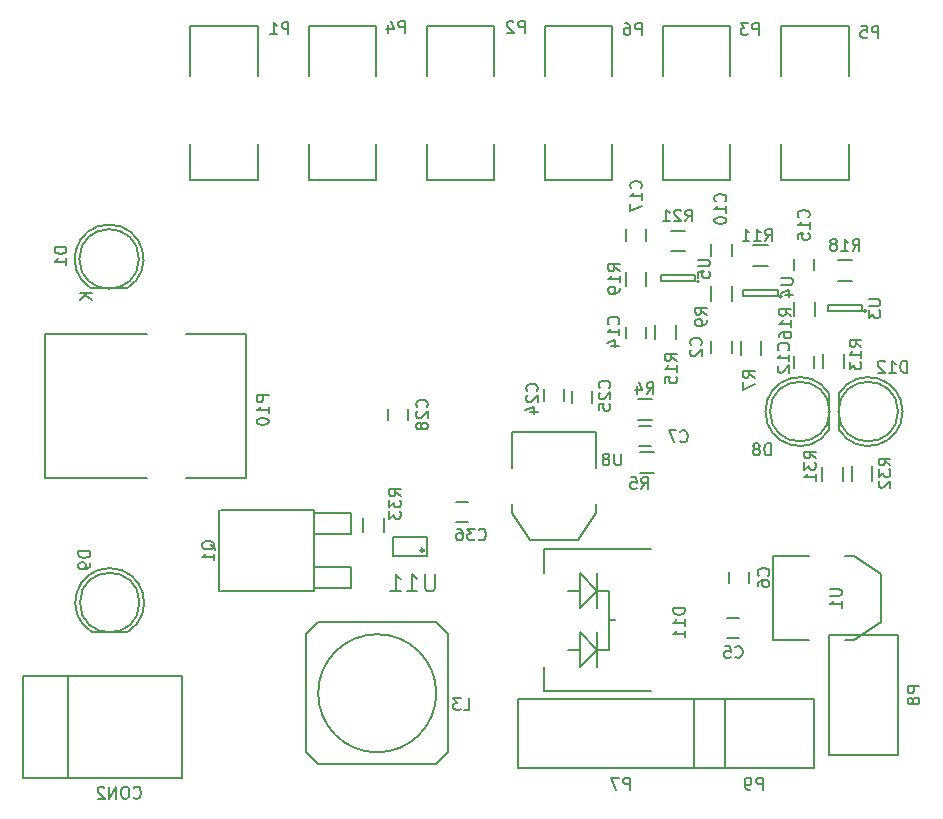
<source format=gbo>
G04 #@! TF.FileFunction,Legend,Bot*
%FSLAX46Y46*%
G04 Gerber Fmt 4.6, Leading zero omitted, Abs format (unit mm)*
G04 Created by KiCad (PCBNEW 4.0.1-stable) date 07.06.2016 17:51:43*
%MOMM*%
G01*
G04 APERTURE LIST*
%ADD10C,0.100000*%
%ADD11C,0.150000*%
%ADD12C,0.250000*%
G04 APERTURE END LIST*
D10*
D11*
X134294000Y-86724000D02*
X134294000Y-83676000D01*
X134294000Y-83676000D02*
X141406000Y-83676000D01*
X141406000Y-83676000D02*
X141406000Y-86724000D01*
X134294000Y-89772000D02*
X134294000Y-90534000D01*
X134294000Y-90534000D02*
X135818000Y-92820000D01*
X135818000Y-92820000D02*
X139882000Y-92820000D01*
X139882000Y-92820000D02*
X141406000Y-90534000D01*
X141406000Y-90534000D02*
X141406000Y-89772000D01*
X154350000Y-95500000D02*
X154350000Y-96500000D01*
X152650000Y-96500000D02*
X152650000Y-95500000D01*
X161114888Y-83474904D02*
G75*
G02X161130000Y-80450000I-2484888J1524904D01*
G01*
X161130000Y-83450000D02*
X161130000Y-80450000D01*
X161147936Y-81950000D02*
G75*
G03X161147936Y-81950000I-2517936J0D01*
G01*
X127851260Y-105798740D02*
G75*
G03X127851260Y-105798740I-5001260J0D01*
G01*
X122850000Y-111798220D02*
X127851260Y-111798220D01*
X127851260Y-111798220D02*
X128849480Y-110800000D01*
X128849480Y-110800000D02*
X128849480Y-100797480D01*
X128849480Y-100797480D02*
X127851260Y-99799260D01*
X127851260Y-99799260D02*
X117848740Y-99799260D01*
X117848740Y-99799260D02*
X116850520Y-100797480D01*
X116850520Y-100797480D02*
X116850520Y-110800000D01*
X116850520Y-110800000D02*
X117848740Y-111798220D01*
X117848740Y-111798220D02*
X122850000Y-111798220D01*
X161935112Y-80425096D02*
G75*
G02X161920000Y-83450000I2484888J-1524904D01*
G01*
X161920000Y-80450000D02*
X161920000Y-83450000D01*
X166937936Y-81950000D02*
G75*
G03X166937936Y-81950000I-2517936J0D01*
G01*
X142499180Y-102099360D02*
X142499180Y-99600000D01*
X139999820Y-103600500D02*
X139999820Y-100600760D01*
X141498420Y-102101900D02*
X139999820Y-103600500D01*
X139999820Y-100600760D02*
X141498420Y-102101900D01*
X141498420Y-103600500D02*
X141498420Y-100600760D01*
X141498420Y-102101900D02*
X142499180Y-102101900D01*
X139999820Y-102101900D02*
X138999060Y-102101900D01*
X139999820Y-97100640D02*
X138999060Y-97100640D01*
X141498420Y-97100640D02*
X142499180Y-97100640D01*
X142499180Y-97100640D02*
X142499180Y-99600000D01*
X142499180Y-99600000D02*
X142999560Y-99600000D01*
X141498420Y-98599240D02*
X141498420Y-95599500D01*
X139999820Y-95599500D02*
X141498420Y-97100640D01*
X141498420Y-97100640D02*
X139999820Y-98599240D01*
X139999820Y-98599240D02*
X139999820Y-95599500D01*
X137000080Y-95599500D02*
X137000080Y-93600520D01*
X137000080Y-93600520D02*
X145999300Y-93600520D01*
X145999300Y-105599480D02*
X137000080Y-105599480D01*
X137000080Y-105599480D02*
X137000080Y-103600500D01*
X98675096Y-100604888D02*
G75*
G02X101700000Y-100620000I1524904J2484888D01*
G01*
X98700000Y-100620000D02*
X101700000Y-100620000D01*
X102717936Y-98120000D02*
G75*
G03X102717936Y-98120000I-2517936J0D01*
G01*
X93652000Y-112998000D02*
X92890000Y-112998000D01*
X92890000Y-112998000D02*
X92890000Y-104362000D01*
X92890000Y-104362000D02*
X93652000Y-104362000D01*
X96700000Y-112998000D02*
X96700000Y-104362000D01*
X106352000Y-112998000D02*
X106352000Y-104362000D01*
X93652000Y-104362000D02*
X106352000Y-104362000D01*
X93652000Y-112998000D02*
X106352000Y-112998000D01*
X164250000Y-73450000D02*
G75*
G03X164250000Y-73450000I-100000J0D01*
G01*
X163900000Y-72900000D02*
X163900000Y-73400000D01*
X161000000Y-72900000D02*
X163900000Y-72900000D01*
X161000000Y-73400000D02*
X161000000Y-72900000D01*
X163900000Y-73400000D02*
X161000000Y-73400000D01*
X103398980Y-87616000D02*
X94762980Y-87616000D01*
X111780980Y-87616000D02*
X106700980Y-87616000D01*
X103398980Y-75424000D02*
X94762980Y-75424000D01*
X111780980Y-75424000D02*
X106700980Y-75424000D01*
X94762980Y-75424000D02*
X94762980Y-87616000D01*
X111780980Y-87616000D02*
X111780980Y-75424000D01*
X132760000Y-62350000D02*
X132760000Y-59300000D01*
X127040000Y-62350000D02*
X127040000Y-59300000D01*
X127040000Y-62350000D02*
X132760000Y-62350000D01*
X127040000Y-53500000D02*
X127040000Y-49336500D01*
X127040000Y-49336500D02*
X132760000Y-49336500D01*
X132760000Y-53500000D02*
X132760000Y-49336500D01*
X152760000Y-62350000D02*
X152760000Y-59300000D01*
X147040000Y-62350000D02*
X147040000Y-59300000D01*
X147040000Y-62350000D02*
X152760000Y-62350000D01*
X147040000Y-53500000D02*
X147040000Y-49336500D01*
X147040000Y-49336500D02*
X152760000Y-49336500D01*
X152760000Y-53500000D02*
X152760000Y-49336500D01*
X142760000Y-62350000D02*
X142760000Y-59300000D01*
X137040000Y-62350000D02*
X137040000Y-59300000D01*
X137040000Y-62350000D02*
X142760000Y-62350000D01*
X137040000Y-53500000D02*
X137040000Y-49336500D01*
X137040000Y-49336500D02*
X142760000Y-49336500D01*
X142760000Y-53500000D02*
X142760000Y-49336500D01*
X122760000Y-62350000D02*
X122760000Y-59300000D01*
X117040000Y-62350000D02*
X117040000Y-59300000D01*
X117040000Y-62350000D02*
X122760000Y-62350000D01*
X117040000Y-53500000D02*
X117040000Y-49336500D01*
X117040000Y-49336500D02*
X122760000Y-49336500D01*
X122760000Y-53500000D02*
X122760000Y-49336500D01*
X138700000Y-80050000D02*
X138700000Y-81050000D01*
X137000000Y-81050000D02*
X137000000Y-80050000D01*
X98625096Y-71514888D02*
G75*
G02X101650000Y-71530000I1524904J2484888D01*
G01*
X98650000Y-71530000D02*
X101650000Y-71530000D01*
X102667936Y-69030000D02*
G75*
G03X102667936Y-69030000I-2517936J0D01*
G01*
X151150000Y-77000000D02*
X151150000Y-76000000D01*
X152850000Y-76000000D02*
X152850000Y-77000000D01*
X153500000Y-101100000D02*
X152500000Y-101100000D01*
X152500000Y-99400000D02*
X153500000Y-99400000D01*
X146000000Y-84850000D02*
X145000000Y-84850000D01*
X145000000Y-83150000D02*
X146000000Y-83150000D01*
X151150000Y-68750000D02*
X151150000Y-67750000D01*
X152850000Y-67750000D02*
X152850000Y-68750000D01*
X158150000Y-78250000D02*
X158150000Y-77250000D01*
X159850000Y-77250000D02*
X159850000Y-78250000D01*
X143900000Y-75750000D02*
X143900000Y-74750000D01*
X145600000Y-74750000D02*
X145600000Y-75750000D01*
X158150000Y-70000000D02*
X158150000Y-69000000D01*
X159850000Y-69000000D02*
X159850000Y-70000000D01*
X143900000Y-67500000D02*
X143900000Y-66500000D01*
X145600000Y-66500000D02*
X145600000Y-67500000D01*
X146300000Y-85375000D02*
X145100000Y-85375000D01*
X145100000Y-87125000D02*
X146300000Y-87125000D01*
X152875000Y-72550000D02*
X152875000Y-71350000D01*
X151125000Y-71350000D02*
X151125000Y-72550000D01*
X154700000Y-69625000D02*
X155900000Y-69625000D01*
X155900000Y-67875000D02*
X154700000Y-67875000D01*
X159875000Y-73900000D02*
X159875000Y-72700000D01*
X158125000Y-72700000D02*
X158125000Y-73900000D01*
X161850000Y-70875000D02*
X163050000Y-70875000D01*
X163050000Y-69125000D02*
X161850000Y-69125000D01*
X145625000Y-71300000D02*
X145625000Y-70100000D01*
X143875000Y-70100000D02*
X143875000Y-71300000D01*
X147700000Y-68375000D02*
X148900000Y-68375000D01*
X148900000Y-66625000D02*
X147700000Y-66625000D01*
X159424000Y-101306000D02*
X156376000Y-101306000D01*
X156376000Y-101306000D02*
X156376000Y-94194000D01*
X156376000Y-94194000D02*
X159424000Y-94194000D01*
X162472000Y-101306000D02*
X163234000Y-101306000D01*
X163234000Y-101306000D02*
X165520000Y-99782000D01*
X165520000Y-99782000D02*
X165520000Y-95718000D01*
X165520000Y-95718000D02*
X163234000Y-94194000D01*
X163234000Y-94194000D02*
X162472000Y-94194000D01*
X157100000Y-72200000D02*
G75*
G03X157100000Y-72200000I-100000J0D01*
G01*
X156750000Y-71650000D02*
X156750000Y-72150000D01*
X153850000Y-71650000D02*
X156750000Y-71650000D01*
X153850000Y-72150000D02*
X153850000Y-71650000D01*
X156750000Y-72150000D02*
X153850000Y-72150000D01*
X150100000Y-70950000D02*
G75*
G03X150100000Y-70950000I-100000J0D01*
G01*
X149750000Y-70400000D02*
X149750000Y-70900000D01*
X146850000Y-70400000D02*
X149750000Y-70400000D01*
X146850000Y-70900000D02*
X146850000Y-70400000D01*
X149750000Y-70900000D02*
X146850000Y-70900000D01*
X161071000Y-100880000D02*
X161071000Y-111040000D01*
X166913000Y-111040000D02*
X166913000Y-100880000D01*
X166913000Y-100880000D02*
X161071000Y-100880000D01*
X166913000Y-111040000D02*
X161071000Y-111040000D01*
X117476000Y-95147000D02*
X120651000Y-95147000D01*
X120651000Y-95147000D02*
X120651000Y-96925000D01*
X120651000Y-96925000D02*
X117476000Y-96925000D01*
X117476000Y-90575000D02*
X120651000Y-90575000D01*
X120651000Y-90575000D02*
X120651000Y-92353000D01*
X120651000Y-92353000D02*
X117476000Y-92353000D01*
X111380000Y-97179000D02*
X117476000Y-97179000D01*
X117476000Y-97179000D02*
X117476000Y-90321000D01*
X117476000Y-90321000D02*
X109602000Y-90321000D01*
X109475000Y-90321000D02*
X109475000Y-97179000D01*
X109602000Y-97179000D02*
X111380000Y-97179000D01*
D12*
X126791421Y-93700000D02*
G75*
G03X126791421Y-93700000I-141421J0D01*
G01*
D11*
X127100000Y-94200000D02*
X127100000Y-92600000D01*
X127100000Y-92600000D02*
X124200000Y-92600000D01*
X124200000Y-92600000D02*
X124200000Y-94200000D01*
X124200000Y-94200000D02*
X127100000Y-94200000D01*
X159830000Y-106271000D02*
X149670000Y-106271000D01*
X149670000Y-112113000D02*
X159830000Y-112113000D01*
X159830000Y-112113000D02*
X159830000Y-106271000D01*
X149670000Y-112113000D02*
X149670000Y-106271000D01*
X162760000Y-62350000D02*
X162760000Y-59300000D01*
X157040000Y-62350000D02*
X157040000Y-59300000D01*
X157040000Y-62350000D02*
X162760000Y-62350000D01*
X157040000Y-53500000D02*
X157040000Y-49336500D01*
X157040000Y-49336500D02*
X162760000Y-49336500D01*
X162760000Y-53500000D02*
X162760000Y-49336500D01*
X112760000Y-62350000D02*
X112760000Y-59300000D01*
X107040000Y-62350000D02*
X107040000Y-59300000D01*
X107040000Y-62350000D02*
X112760000Y-62350000D01*
X107040000Y-53500000D02*
X107040000Y-49336500D01*
X107040000Y-49336500D02*
X112760000Y-49336500D01*
X112760000Y-53500000D02*
X112760000Y-49336500D01*
X146150000Y-80875000D02*
X144950000Y-80875000D01*
X144950000Y-82625000D02*
X146150000Y-82625000D01*
X155375000Y-77150000D02*
X155375000Y-75950000D01*
X153625000Y-75950000D02*
X153625000Y-77150000D01*
X162375000Y-78300000D02*
X162375000Y-77100000D01*
X160625000Y-77100000D02*
X160625000Y-78300000D01*
X148125000Y-75800000D02*
X148125000Y-74600000D01*
X146375000Y-74600000D02*
X146375000Y-75800000D01*
X152263000Y-106271000D02*
X134737000Y-106271000D01*
X134737000Y-112113000D02*
X152263000Y-112113000D01*
X152263000Y-112113000D02*
X152263000Y-106271000D01*
X134737000Y-112113000D02*
X134737000Y-106271000D01*
X139350000Y-81200000D02*
X139350000Y-80200000D01*
X141050000Y-80200000D02*
X141050000Y-81200000D01*
X125450000Y-81700000D02*
X125450000Y-82700000D01*
X123750000Y-82700000D02*
X123750000Y-81700000D01*
X130500000Y-91300000D02*
X129500000Y-91300000D01*
X129500000Y-89600000D02*
X130500000Y-89600000D01*
X160525000Y-86650000D02*
X160525000Y-87850000D01*
X162275000Y-87850000D02*
X162275000Y-86650000D01*
X163025000Y-86600000D02*
X163025000Y-87800000D01*
X164775000Y-87800000D02*
X164775000Y-86600000D01*
X123425000Y-92150000D02*
X123425000Y-90950000D01*
X121675000Y-90950000D02*
X121675000Y-92150000D01*
X143511905Y-85502381D02*
X143511905Y-86311905D01*
X143464286Y-86407143D01*
X143416667Y-86454762D01*
X143321429Y-86502381D01*
X143130952Y-86502381D01*
X143035714Y-86454762D01*
X142988095Y-86407143D01*
X142940476Y-86311905D01*
X142940476Y-85502381D01*
X142321429Y-85930952D02*
X142416667Y-85883333D01*
X142464286Y-85835714D01*
X142511905Y-85740476D01*
X142511905Y-85692857D01*
X142464286Y-85597619D01*
X142416667Y-85550000D01*
X142321429Y-85502381D01*
X142130952Y-85502381D01*
X142035714Y-85550000D01*
X141988095Y-85597619D01*
X141940476Y-85692857D01*
X141940476Y-85740476D01*
X141988095Y-85835714D01*
X142035714Y-85883333D01*
X142130952Y-85930952D01*
X142321429Y-85930952D01*
X142416667Y-85978571D01*
X142464286Y-86026190D01*
X142511905Y-86121429D01*
X142511905Y-86311905D01*
X142464286Y-86407143D01*
X142416667Y-86454762D01*
X142321429Y-86502381D01*
X142130952Y-86502381D01*
X142035714Y-86454762D01*
X141988095Y-86407143D01*
X141940476Y-86311905D01*
X141940476Y-86121429D01*
X141988095Y-86026190D01*
X142035714Y-85978571D01*
X142130952Y-85930952D01*
X155957143Y-95833334D02*
X156004762Y-95785715D01*
X156052381Y-95642858D01*
X156052381Y-95547620D01*
X156004762Y-95404762D01*
X155909524Y-95309524D01*
X155814286Y-95261905D01*
X155623810Y-95214286D01*
X155480952Y-95214286D01*
X155290476Y-95261905D01*
X155195238Y-95309524D01*
X155100000Y-95404762D01*
X155052381Y-95547620D01*
X155052381Y-95642858D01*
X155100000Y-95785715D01*
X155147619Y-95833334D01*
X155052381Y-96690477D02*
X155052381Y-96500000D01*
X155100000Y-96404762D01*
X155147619Y-96357143D01*
X155290476Y-96261905D01*
X155480952Y-96214286D01*
X155861905Y-96214286D01*
X155957143Y-96261905D01*
X156004762Y-96309524D01*
X156052381Y-96404762D01*
X156052381Y-96595239D01*
X156004762Y-96690477D01*
X155957143Y-96738096D01*
X155861905Y-96785715D01*
X155623810Y-96785715D01*
X155528571Y-96738096D01*
X155480952Y-96690477D01*
X155433333Y-96595239D01*
X155433333Y-96404762D01*
X155480952Y-96309524D01*
X155528571Y-96261905D01*
X155623810Y-96214286D01*
X156188095Y-85652381D02*
X156188095Y-84652381D01*
X155950000Y-84652381D01*
X155807142Y-84700000D01*
X155711904Y-84795238D01*
X155664285Y-84890476D01*
X155616666Y-85080952D01*
X155616666Y-85223810D01*
X155664285Y-85414286D01*
X155711904Y-85509524D01*
X155807142Y-85604762D01*
X155950000Y-85652381D01*
X156188095Y-85652381D01*
X155045238Y-85080952D02*
X155140476Y-85033333D01*
X155188095Y-84985714D01*
X155235714Y-84890476D01*
X155235714Y-84842857D01*
X155188095Y-84747619D01*
X155140476Y-84700000D01*
X155045238Y-84652381D01*
X154854761Y-84652381D01*
X154759523Y-84700000D01*
X154711904Y-84747619D01*
X154664285Y-84842857D01*
X154664285Y-84890476D01*
X154711904Y-84985714D01*
X154759523Y-85033333D01*
X154854761Y-85080952D01*
X155045238Y-85080952D01*
X155140476Y-85128571D01*
X155188095Y-85176190D01*
X155235714Y-85271429D01*
X155235714Y-85461905D01*
X155188095Y-85557143D01*
X155140476Y-85604762D01*
X155045238Y-85652381D01*
X154854761Y-85652381D01*
X154759523Y-85604762D01*
X154711904Y-85557143D01*
X154664285Y-85461905D01*
X154664285Y-85271429D01*
X154711904Y-85176190D01*
X154759523Y-85128571D01*
X154854761Y-85080952D01*
X130166666Y-107202381D02*
X130642857Y-107202381D01*
X130642857Y-106202381D01*
X129928571Y-106202381D02*
X129309523Y-106202381D01*
X129642857Y-106583333D01*
X129499999Y-106583333D01*
X129404761Y-106630952D01*
X129357142Y-106678571D01*
X129309523Y-106773810D01*
X129309523Y-107011905D01*
X129357142Y-107107143D01*
X129404761Y-107154762D01*
X129499999Y-107202381D01*
X129785714Y-107202381D01*
X129880952Y-107154762D01*
X129928571Y-107107143D01*
X167714286Y-78652381D02*
X167714286Y-77652381D01*
X167476191Y-77652381D01*
X167333333Y-77700000D01*
X167238095Y-77795238D01*
X167190476Y-77890476D01*
X167142857Y-78080952D01*
X167142857Y-78223810D01*
X167190476Y-78414286D01*
X167238095Y-78509524D01*
X167333333Y-78604762D01*
X167476191Y-78652381D01*
X167714286Y-78652381D01*
X166190476Y-78652381D02*
X166761905Y-78652381D01*
X166476191Y-78652381D02*
X166476191Y-77652381D01*
X166571429Y-77795238D01*
X166666667Y-77890476D01*
X166761905Y-77938095D01*
X165809524Y-77747619D02*
X165761905Y-77700000D01*
X165666667Y-77652381D01*
X165428571Y-77652381D01*
X165333333Y-77700000D01*
X165285714Y-77747619D01*
X165238095Y-77842857D01*
X165238095Y-77938095D01*
X165285714Y-78080952D01*
X165857143Y-78652381D01*
X165238095Y-78652381D01*
X148900241Y-98586374D02*
X147900241Y-98586374D01*
X147900241Y-98824469D01*
X147947860Y-98967327D01*
X148043098Y-99062565D01*
X148138336Y-99110184D01*
X148328812Y-99157803D01*
X148471670Y-99157803D01*
X148662146Y-99110184D01*
X148757384Y-99062565D01*
X148852622Y-98967327D01*
X148900241Y-98824469D01*
X148900241Y-98586374D01*
X148900241Y-100110184D02*
X148900241Y-99538755D01*
X148900241Y-99824469D02*
X147900241Y-99824469D01*
X148043098Y-99729231D01*
X148138336Y-99633993D01*
X148185955Y-99538755D01*
X148900241Y-101062565D02*
X148900241Y-100491136D01*
X148900241Y-100776850D02*
X147900241Y-100776850D01*
X148043098Y-100681612D01*
X148138336Y-100586374D01*
X148185955Y-100491136D01*
X98552381Y-93761905D02*
X97552381Y-93761905D01*
X97552381Y-94000000D01*
X97600000Y-94142858D01*
X97695238Y-94238096D01*
X97790476Y-94285715D01*
X97980952Y-94333334D01*
X98123810Y-94333334D01*
X98314286Y-94285715D01*
X98409524Y-94238096D01*
X98504762Y-94142858D01*
X98552381Y-94000000D01*
X98552381Y-93761905D01*
X98552381Y-94809524D02*
X98552381Y-95000000D01*
X98504762Y-95095239D01*
X98457143Y-95142858D01*
X98314286Y-95238096D01*
X98123810Y-95285715D01*
X97742857Y-95285715D01*
X97647619Y-95238096D01*
X97600000Y-95190477D01*
X97552381Y-95095239D01*
X97552381Y-94904762D01*
X97600000Y-94809524D01*
X97647619Y-94761905D01*
X97742857Y-94714286D01*
X97980952Y-94714286D01*
X98076190Y-94761905D01*
X98123810Y-94809524D01*
X98171429Y-94904762D01*
X98171429Y-95095239D01*
X98123810Y-95190477D01*
X98076190Y-95238096D01*
X97980952Y-95285715D01*
X102232285Y-114625143D02*
X102279904Y-114672762D01*
X102422761Y-114720381D01*
X102517999Y-114720381D01*
X102660857Y-114672762D01*
X102756095Y-114577524D01*
X102803714Y-114482286D01*
X102851333Y-114291810D01*
X102851333Y-114148952D01*
X102803714Y-113958476D01*
X102756095Y-113863238D01*
X102660857Y-113768000D01*
X102517999Y-113720381D01*
X102422761Y-113720381D01*
X102279904Y-113768000D01*
X102232285Y-113815619D01*
X101613238Y-113720381D02*
X101422761Y-113720381D01*
X101327523Y-113768000D01*
X101232285Y-113863238D01*
X101184666Y-114053714D01*
X101184666Y-114387048D01*
X101232285Y-114577524D01*
X101327523Y-114672762D01*
X101422761Y-114720381D01*
X101613238Y-114720381D01*
X101708476Y-114672762D01*
X101803714Y-114577524D01*
X101851333Y-114387048D01*
X101851333Y-114053714D01*
X101803714Y-113863238D01*
X101708476Y-113768000D01*
X101613238Y-113720381D01*
X100756095Y-114720381D02*
X100756095Y-113720381D01*
X100184666Y-114720381D01*
X100184666Y-113720381D01*
X99756095Y-113815619D02*
X99708476Y-113768000D01*
X99613238Y-113720381D01*
X99375142Y-113720381D01*
X99279904Y-113768000D01*
X99232285Y-113815619D01*
X99184666Y-113910857D01*
X99184666Y-114006095D01*
X99232285Y-114148952D01*
X99803714Y-114720381D01*
X99184666Y-114720381D01*
X164452381Y-72438095D02*
X165261905Y-72438095D01*
X165357143Y-72485714D01*
X165404762Y-72533333D01*
X165452381Y-72628571D01*
X165452381Y-72819048D01*
X165404762Y-72914286D01*
X165357143Y-72961905D01*
X165261905Y-73009524D01*
X164452381Y-73009524D01*
X164452381Y-73390476D02*
X164452381Y-74009524D01*
X164833333Y-73676190D01*
X164833333Y-73819048D01*
X164880952Y-73914286D01*
X164928571Y-73961905D01*
X165023810Y-74009524D01*
X165261905Y-74009524D01*
X165357143Y-73961905D01*
X165404762Y-73914286D01*
X165452381Y-73819048D01*
X165452381Y-73533333D01*
X165404762Y-73438095D01*
X165357143Y-73390476D01*
X113652381Y-80585714D02*
X112652381Y-80585714D01*
X112652381Y-80966667D01*
X112700000Y-81061905D01*
X112747619Y-81109524D01*
X112842857Y-81157143D01*
X112985714Y-81157143D01*
X113080952Y-81109524D01*
X113128571Y-81061905D01*
X113176190Y-80966667D01*
X113176190Y-80585714D01*
X113652381Y-82109524D02*
X113652381Y-81538095D01*
X113652381Y-81823809D02*
X112652381Y-81823809D01*
X112795238Y-81728571D01*
X112890476Y-81633333D01*
X112938095Y-81538095D01*
X112652381Y-82728571D02*
X112652381Y-82823810D01*
X112700000Y-82919048D01*
X112747619Y-82966667D01*
X112842857Y-83014286D01*
X113033333Y-83061905D01*
X113271429Y-83061905D01*
X113461905Y-83014286D01*
X113557143Y-82966667D01*
X113604762Y-82919048D01*
X113652381Y-82823810D01*
X113652381Y-82728571D01*
X113604762Y-82633333D01*
X113557143Y-82585714D01*
X113461905Y-82538095D01*
X113271429Y-82490476D01*
X113033333Y-82490476D01*
X112842857Y-82538095D01*
X112747619Y-82585714D01*
X112700000Y-82633333D01*
X112652381Y-82728571D01*
X135338095Y-49902381D02*
X135338095Y-48902381D01*
X134957142Y-48902381D01*
X134861904Y-48950000D01*
X134814285Y-48997619D01*
X134766666Y-49092857D01*
X134766666Y-49235714D01*
X134814285Y-49330952D01*
X134861904Y-49378571D01*
X134957142Y-49426190D01*
X135338095Y-49426190D01*
X134385714Y-48997619D02*
X134338095Y-48950000D01*
X134242857Y-48902381D01*
X134004761Y-48902381D01*
X133909523Y-48950000D01*
X133861904Y-48997619D01*
X133814285Y-49092857D01*
X133814285Y-49188095D01*
X133861904Y-49330952D01*
X134433333Y-49902381D01*
X133814285Y-49902381D01*
X155138095Y-50052381D02*
X155138095Y-49052381D01*
X154757142Y-49052381D01*
X154661904Y-49100000D01*
X154614285Y-49147619D01*
X154566666Y-49242857D01*
X154566666Y-49385714D01*
X154614285Y-49480952D01*
X154661904Y-49528571D01*
X154757142Y-49576190D01*
X155138095Y-49576190D01*
X154233333Y-49052381D02*
X153614285Y-49052381D01*
X153947619Y-49433333D01*
X153804761Y-49433333D01*
X153709523Y-49480952D01*
X153661904Y-49528571D01*
X153614285Y-49623810D01*
X153614285Y-49861905D01*
X153661904Y-49957143D01*
X153709523Y-50004762D01*
X153804761Y-50052381D01*
X154090476Y-50052381D01*
X154185714Y-50004762D01*
X154233333Y-49957143D01*
X145238095Y-50052381D02*
X145238095Y-49052381D01*
X144857142Y-49052381D01*
X144761904Y-49100000D01*
X144714285Y-49147619D01*
X144666666Y-49242857D01*
X144666666Y-49385714D01*
X144714285Y-49480952D01*
X144761904Y-49528571D01*
X144857142Y-49576190D01*
X145238095Y-49576190D01*
X143809523Y-49052381D02*
X144000000Y-49052381D01*
X144095238Y-49100000D01*
X144142857Y-49147619D01*
X144238095Y-49290476D01*
X144285714Y-49480952D01*
X144285714Y-49861905D01*
X144238095Y-49957143D01*
X144190476Y-50004762D01*
X144095238Y-50052381D01*
X143904761Y-50052381D01*
X143809523Y-50004762D01*
X143761904Y-49957143D01*
X143714285Y-49861905D01*
X143714285Y-49623810D01*
X143761904Y-49528571D01*
X143809523Y-49480952D01*
X143904761Y-49433333D01*
X144095238Y-49433333D01*
X144190476Y-49480952D01*
X144238095Y-49528571D01*
X144285714Y-49623810D01*
X125188095Y-49902381D02*
X125188095Y-48902381D01*
X124807142Y-48902381D01*
X124711904Y-48950000D01*
X124664285Y-48997619D01*
X124616666Y-49092857D01*
X124616666Y-49235714D01*
X124664285Y-49330952D01*
X124711904Y-49378571D01*
X124807142Y-49426190D01*
X125188095Y-49426190D01*
X123759523Y-49235714D02*
X123759523Y-49902381D01*
X123997619Y-48854762D02*
X124235714Y-49569048D01*
X123616666Y-49569048D01*
X142507143Y-79957143D02*
X142554762Y-79909524D01*
X142602381Y-79766667D01*
X142602381Y-79671429D01*
X142554762Y-79528571D01*
X142459524Y-79433333D01*
X142364286Y-79385714D01*
X142173810Y-79338095D01*
X142030952Y-79338095D01*
X141840476Y-79385714D01*
X141745238Y-79433333D01*
X141650000Y-79528571D01*
X141602381Y-79671429D01*
X141602381Y-79766667D01*
X141650000Y-79909524D01*
X141697619Y-79957143D01*
X141697619Y-80338095D02*
X141650000Y-80385714D01*
X141602381Y-80480952D01*
X141602381Y-80719048D01*
X141650000Y-80814286D01*
X141697619Y-80861905D01*
X141792857Y-80909524D01*
X141888095Y-80909524D01*
X142030952Y-80861905D01*
X142602381Y-80290476D01*
X142602381Y-80909524D01*
X141602381Y-81814286D02*
X141602381Y-81338095D01*
X142078571Y-81290476D01*
X142030952Y-81338095D01*
X141983333Y-81433333D01*
X141983333Y-81671429D01*
X142030952Y-81766667D01*
X142078571Y-81814286D01*
X142173810Y-81861905D01*
X142411905Y-81861905D01*
X142507143Y-81814286D01*
X142554762Y-81766667D01*
X142602381Y-81671429D01*
X142602381Y-81433333D01*
X142554762Y-81338095D01*
X142507143Y-81290476D01*
X96538381Y-68037905D02*
X95538381Y-68037905D01*
X95538381Y-68276000D01*
X95586000Y-68418858D01*
X95681238Y-68514096D01*
X95776476Y-68561715D01*
X95966952Y-68609334D01*
X96109810Y-68609334D01*
X96300286Y-68561715D01*
X96395524Y-68514096D01*
X96490762Y-68418858D01*
X96538381Y-68276000D01*
X96538381Y-68037905D01*
X96538381Y-69561715D02*
X96538381Y-68990286D01*
X96538381Y-69276000D02*
X95538381Y-69276000D01*
X95681238Y-69180762D01*
X95776476Y-69085524D01*
X95824095Y-68990286D01*
X98697381Y-71943095D02*
X97697381Y-71943095D01*
X98697381Y-72514524D02*
X98125952Y-72085952D01*
X97697381Y-72514524D02*
X98268810Y-71943095D01*
X150257143Y-76333334D02*
X150304762Y-76285715D01*
X150352381Y-76142858D01*
X150352381Y-76047620D01*
X150304762Y-75904762D01*
X150209524Y-75809524D01*
X150114286Y-75761905D01*
X149923810Y-75714286D01*
X149780952Y-75714286D01*
X149590476Y-75761905D01*
X149495238Y-75809524D01*
X149400000Y-75904762D01*
X149352381Y-76047620D01*
X149352381Y-76142858D01*
X149400000Y-76285715D01*
X149447619Y-76333334D01*
X149447619Y-76714286D02*
X149400000Y-76761905D01*
X149352381Y-76857143D01*
X149352381Y-77095239D01*
X149400000Y-77190477D01*
X149447619Y-77238096D01*
X149542857Y-77285715D01*
X149638095Y-77285715D01*
X149780952Y-77238096D01*
X150352381Y-76666667D01*
X150352381Y-77285715D01*
X153166666Y-102707143D02*
X153214285Y-102754762D01*
X153357142Y-102802381D01*
X153452380Y-102802381D01*
X153595238Y-102754762D01*
X153690476Y-102659524D01*
X153738095Y-102564286D01*
X153785714Y-102373810D01*
X153785714Y-102230952D01*
X153738095Y-102040476D01*
X153690476Y-101945238D01*
X153595238Y-101850000D01*
X153452380Y-101802381D01*
X153357142Y-101802381D01*
X153214285Y-101850000D01*
X153166666Y-101897619D01*
X152261904Y-101802381D02*
X152738095Y-101802381D01*
X152785714Y-102278571D01*
X152738095Y-102230952D01*
X152642857Y-102183333D01*
X152404761Y-102183333D01*
X152309523Y-102230952D01*
X152261904Y-102278571D01*
X152214285Y-102373810D01*
X152214285Y-102611905D01*
X152261904Y-102707143D01*
X152309523Y-102754762D01*
X152404761Y-102802381D01*
X152642857Y-102802381D01*
X152738095Y-102754762D01*
X152785714Y-102707143D01*
X148516666Y-84457143D02*
X148564285Y-84504762D01*
X148707142Y-84552381D01*
X148802380Y-84552381D01*
X148945238Y-84504762D01*
X149040476Y-84409524D01*
X149088095Y-84314286D01*
X149135714Y-84123810D01*
X149135714Y-83980952D01*
X149088095Y-83790476D01*
X149040476Y-83695238D01*
X148945238Y-83600000D01*
X148802380Y-83552381D01*
X148707142Y-83552381D01*
X148564285Y-83600000D01*
X148516666Y-83647619D01*
X148183333Y-83552381D02*
X147516666Y-83552381D01*
X147945238Y-84552381D01*
X152307143Y-64157143D02*
X152354762Y-64109524D01*
X152402381Y-63966667D01*
X152402381Y-63871429D01*
X152354762Y-63728571D01*
X152259524Y-63633333D01*
X152164286Y-63585714D01*
X151973810Y-63538095D01*
X151830952Y-63538095D01*
X151640476Y-63585714D01*
X151545238Y-63633333D01*
X151450000Y-63728571D01*
X151402381Y-63871429D01*
X151402381Y-63966667D01*
X151450000Y-64109524D01*
X151497619Y-64157143D01*
X152402381Y-65109524D02*
X152402381Y-64538095D01*
X152402381Y-64823809D02*
X151402381Y-64823809D01*
X151545238Y-64728571D01*
X151640476Y-64633333D01*
X151688095Y-64538095D01*
X151402381Y-65728571D02*
X151402381Y-65823810D01*
X151450000Y-65919048D01*
X151497619Y-65966667D01*
X151592857Y-66014286D01*
X151783333Y-66061905D01*
X152021429Y-66061905D01*
X152211905Y-66014286D01*
X152307143Y-65966667D01*
X152354762Y-65919048D01*
X152402381Y-65823810D01*
X152402381Y-65728571D01*
X152354762Y-65633333D01*
X152307143Y-65585714D01*
X152211905Y-65538095D01*
X152021429Y-65490476D01*
X151783333Y-65490476D01*
X151592857Y-65538095D01*
X151497619Y-65585714D01*
X151450000Y-65633333D01*
X151402381Y-65728571D01*
X157657143Y-76757143D02*
X157704762Y-76709524D01*
X157752381Y-76566667D01*
X157752381Y-76471429D01*
X157704762Y-76328571D01*
X157609524Y-76233333D01*
X157514286Y-76185714D01*
X157323810Y-76138095D01*
X157180952Y-76138095D01*
X156990476Y-76185714D01*
X156895238Y-76233333D01*
X156800000Y-76328571D01*
X156752381Y-76471429D01*
X156752381Y-76566667D01*
X156800000Y-76709524D01*
X156847619Y-76757143D01*
X157752381Y-77709524D02*
X157752381Y-77138095D01*
X157752381Y-77423809D02*
X156752381Y-77423809D01*
X156895238Y-77328571D01*
X156990476Y-77233333D01*
X157038095Y-77138095D01*
X156847619Y-78090476D02*
X156800000Y-78138095D01*
X156752381Y-78233333D01*
X156752381Y-78471429D01*
X156800000Y-78566667D01*
X156847619Y-78614286D01*
X156942857Y-78661905D01*
X157038095Y-78661905D01*
X157180952Y-78614286D01*
X157752381Y-78042857D01*
X157752381Y-78661905D01*
X143257143Y-74557143D02*
X143304762Y-74509524D01*
X143352381Y-74366667D01*
X143352381Y-74271429D01*
X143304762Y-74128571D01*
X143209524Y-74033333D01*
X143114286Y-73985714D01*
X142923810Y-73938095D01*
X142780952Y-73938095D01*
X142590476Y-73985714D01*
X142495238Y-74033333D01*
X142400000Y-74128571D01*
X142352381Y-74271429D01*
X142352381Y-74366667D01*
X142400000Y-74509524D01*
X142447619Y-74557143D01*
X143352381Y-75509524D02*
X143352381Y-74938095D01*
X143352381Y-75223809D02*
X142352381Y-75223809D01*
X142495238Y-75128571D01*
X142590476Y-75033333D01*
X142638095Y-74938095D01*
X142685714Y-76366667D02*
X143352381Y-76366667D01*
X142304762Y-76128571D02*
X143019048Y-75890476D01*
X143019048Y-76509524D01*
X159357143Y-65507143D02*
X159404762Y-65459524D01*
X159452381Y-65316667D01*
X159452381Y-65221429D01*
X159404762Y-65078571D01*
X159309524Y-64983333D01*
X159214286Y-64935714D01*
X159023810Y-64888095D01*
X158880952Y-64888095D01*
X158690476Y-64935714D01*
X158595238Y-64983333D01*
X158500000Y-65078571D01*
X158452381Y-65221429D01*
X158452381Y-65316667D01*
X158500000Y-65459524D01*
X158547619Y-65507143D01*
X159452381Y-66459524D02*
X159452381Y-65888095D01*
X159452381Y-66173809D02*
X158452381Y-66173809D01*
X158595238Y-66078571D01*
X158690476Y-65983333D01*
X158738095Y-65888095D01*
X158452381Y-67364286D02*
X158452381Y-66888095D01*
X158928571Y-66840476D01*
X158880952Y-66888095D01*
X158833333Y-66983333D01*
X158833333Y-67221429D01*
X158880952Y-67316667D01*
X158928571Y-67364286D01*
X159023810Y-67411905D01*
X159261905Y-67411905D01*
X159357143Y-67364286D01*
X159404762Y-67316667D01*
X159452381Y-67221429D01*
X159452381Y-66983333D01*
X159404762Y-66888095D01*
X159357143Y-66840476D01*
X145157143Y-63057143D02*
X145204762Y-63009524D01*
X145252381Y-62866667D01*
X145252381Y-62771429D01*
X145204762Y-62628571D01*
X145109524Y-62533333D01*
X145014286Y-62485714D01*
X144823810Y-62438095D01*
X144680952Y-62438095D01*
X144490476Y-62485714D01*
X144395238Y-62533333D01*
X144300000Y-62628571D01*
X144252381Y-62771429D01*
X144252381Y-62866667D01*
X144300000Y-63009524D01*
X144347619Y-63057143D01*
X145252381Y-64009524D02*
X145252381Y-63438095D01*
X145252381Y-63723809D02*
X144252381Y-63723809D01*
X144395238Y-63628571D01*
X144490476Y-63533333D01*
X144538095Y-63438095D01*
X144252381Y-64342857D02*
X144252381Y-65009524D01*
X145252381Y-64580952D01*
X145216666Y-88502381D02*
X145550000Y-88026190D01*
X145788095Y-88502381D02*
X145788095Y-87502381D01*
X145407142Y-87502381D01*
X145311904Y-87550000D01*
X145264285Y-87597619D01*
X145216666Y-87692857D01*
X145216666Y-87835714D01*
X145264285Y-87930952D01*
X145311904Y-87978571D01*
X145407142Y-88026190D01*
X145788095Y-88026190D01*
X144311904Y-87502381D02*
X144788095Y-87502381D01*
X144835714Y-87978571D01*
X144788095Y-87930952D01*
X144692857Y-87883333D01*
X144454761Y-87883333D01*
X144359523Y-87930952D01*
X144311904Y-87978571D01*
X144264285Y-88073810D01*
X144264285Y-88311905D01*
X144311904Y-88407143D01*
X144359523Y-88454762D01*
X144454761Y-88502381D01*
X144692857Y-88502381D01*
X144788095Y-88454762D01*
X144835714Y-88407143D01*
X150752381Y-73733334D02*
X150276190Y-73400000D01*
X150752381Y-73161905D02*
X149752381Y-73161905D01*
X149752381Y-73542858D01*
X149800000Y-73638096D01*
X149847619Y-73685715D01*
X149942857Y-73733334D01*
X150085714Y-73733334D01*
X150180952Y-73685715D01*
X150228571Y-73638096D01*
X150276190Y-73542858D01*
X150276190Y-73161905D01*
X150752381Y-74209524D02*
X150752381Y-74400000D01*
X150704762Y-74495239D01*
X150657143Y-74542858D01*
X150514286Y-74638096D01*
X150323810Y-74685715D01*
X149942857Y-74685715D01*
X149847619Y-74638096D01*
X149800000Y-74590477D01*
X149752381Y-74495239D01*
X149752381Y-74304762D01*
X149800000Y-74209524D01*
X149847619Y-74161905D01*
X149942857Y-74114286D01*
X150180952Y-74114286D01*
X150276190Y-74161905D01*
X150323810Y-74209524D01*
X150371429Y-74304762D01*
X150371429Y-74495239D01*
X150323810Y-74590477D01*
X150276190Y-74638096D01*
X150180952Y-74685715D01*
X155692857Y-67502381D02*
X156026191Y-67026190D01*
X156264286Y-67502381D02*
X156264286Y-66502381D01*
X155883333Y-66502381D01*
X155788095Y-66550000D01*
X155740476Y-66597619D01*
X155692857Y-66692857D01*
X155692857Y-66835714D01*
X155740476Y-66930952D01*
X155788095Y-66978571D01*
X155883333Y-67026190D01*
X156264286Y-67026190D01*
X154740476Y-67502381D02*
X155311905Y-67502381D01*
X155026191Y-67502381D02*
X155026191Y-66502381D01*
X155121429Y-66645238D01*
X155216667Y-66740476D01*
X155311905Y-66788095D01*
X153788095Y-67502381D02*
X154359524Y-67502381D01*
X154073810Y-67502381D02*
X154073810Y-66502381D01*
X154169048Y-66645238D01*
X154264286Y-66740476D01*
X154359524Y-66788095D01*
X157902381Y-73857143D02*
X157426190Y-73523809D01*
X157902381Y-73285714D02*
X156902381Y-73285714D01*
X156902381Y-73666667D01*
X156950000Y-73761905D01*
X156997619Y-73809524D01*
X157092857Y-73857143D01*
X157235714Y-73857143D01*
X157330952Y-73809524D01*
X157378571Y-73761905D01*
X157426190Y-73666667D01*
X157426190Y-73285714D01*
X157902381Y-74809524D02*
X157902381Y-74238095D01*
X157902381Y-74523809D02*
X156902381Y-74523809D01*
X157045238Y-74428571D01*
X157140476Y-74333333D01*
X157188095Y-74238095D01*
X156902381Y-75666667D02*
X156902381Y-75476190D01*
X156950000Y-75380952D01*
X156997619Y-75333333D01*
X157140476Y-75238095D01*
X157330952Y-75190476D01*
X157711905Y-75190476D01*
X157807143Y-75238095D01*
X157854762Y-75285714D01*
X157902381Y-75380952D01*
X157902381Y-75571429D01*
X157854762Y-75666667D01*
X157807143Y-75714286D01*
X157711905Y-75761905D01*
X157473810Y-75761905D01*
X157378571Y-75714286D01*
X157330952Y-75666667D01*
X157283333Y-75571429D01*
X157283333Y-75380952D01*
X157330952Y-75285714D01*
X157378571Y-75238095D01*
X157473810Y-75190476D01*
X163092857Y-68352381D02*
X163426191Y-67876190D01*
X163664286Y-68352381D02*
X163664286Y-67352381D01*
X163283333Y-67352381D01*
X163188095Y-67400000D01*
X163140476Y-67447619D01*
X163092857Y-67542857D01*
X163092857Y-67685714D01*
X163140476Y-67780952D01*
X163188095Y-67828571D01*
X163283333Y-67876190D01*
X163664286Y-67876190D01*
X162140476Y-68352381D02*
X162711905Y-68352381D01*
X162426191Y-68352381D02*
X162426191Y-67352381D01*
X162521429Y-67495238D01*
X162616667Y-67590476D01*
X162711905Y-67638095D01*
X161569048Y-67780952D02*
X161664286Y-67733333D01*
X161711905Y-67685714D01*
X161759524Y-67590476D01*
X161759524Y-67542857D01*
X161711905Y-67447619D01*
X161664286Y-67400000D01*
X161569048Y-67352381D01*
X161378571Y-67352381D01*
X161283333Y-67400000D01*
X161235714Y-67447619D01*
X161188095Y-67542857D01*
X161188095Y-67590476D01*
X161235714Y-67685714D01*
X161283333Y-67733333D01*
X161378571Y-67780952D01*
X161569048Y-67780952D01*
X161664286Y-67828571D01*
X161711905Y-67876190D01*
X161759524Y-67971429D01*
X161759524Y-68161905D01*
X161711905Y-68257143D01*
X161664286Y-68304762D01*
X161569048Y-68352381D01*
X161378571Y-68352381D01*
X161283333Y-68304762D01*
X161235714Y-68257143D01*
X161188095Y-68161905D01*
X161188095Y-67971429D01*
X161235714Y-67876190D01*
X161283333Y-67828571D01*
X161378571Y-67780952D01*
X143402381Y-70057143D02*
X142926190Y-69723809D01*
X143402381Y-69485714D02*
X142402381Y-69485714D01*
X142402381Y-69866667D01*
X142450000Y-69961905D01*
X142497619Y-70009524D01*
X142592857Y-70057143D01*
X142735714Y-70057143D01*
X142830952Y-70009524D01*
X142878571Y-69961905D01*
X142926190Y-69866667D01*
X142926190Y-69485714D01*
X143402381Y-71009524D02*
X143402381Y-70438095D01*
X143402381Y-70723809D02*
X142402381Y-70723809D01*
X142545238Y-70628571D01*
X142640476Y-70533333D01*
X142688095Y-70438095D01*
X143402381Y-71485714D02*
X143402381Y-71676190D01*
X143354762Y-71771429D01*
X143307143Y-71819048D01*
X143164286Y-71914286D01*
X142973810Y-71961905D01*
X142592857Y-71961905D01*
X142497619Y-71914286D01*
X142450000Y-71866667D01*
X142402381Y-71771429D01*
X142402381Y-71580952D01*
X142450000Y-71485714D01*
X142497619Y-71438095D01*
X142592857Y-71390476D01*
X142830952Y-71390476D01*
X142926190Y-71438095D01*
X142973810Y-71485714D01*
X143021429Y-71580952D01*
X143021429Y-71771429D01*
X142973810Y-71866667D01*
X142926190Y-71914286D01*
X142830952Y-71961905D01*
X148942857Y-65852381D02*
X149276191Y-65376190D01*
X149514286Y-65852381D02*
X149514286Y-64852381D01*
X149133333Y-64852381D01*
X149038095Y-64900000D01*
X148990476Y-64947619D01*
X148942857Y-65042857D01*
X148942857Y-65185714D01*
X148990476Y-65280952D01*
X149038095Y-65328571D01*
X149133333Y-65376190D01*
X149514286Y-65376190D01*
X148561905Y-64947619D02*
X148514286Y-64900000D01*
X148419048Y-64852381D01*
X148180952Y-64852381D01*
X148085714Y-64900000D01*
X148038095Y-64947619D01*
X147990476Y-65042857D01*
X147990476Y-65138095D01*
X148038095Y-65280952D01*
X148609524Y-65852381D01*
X147990476Y-65852381D01*
X147038095Y-65852381D02*
X147609524Y-65852381D01*
X147323810Y-65852381D02*
X147323810Y-64852381D01*
X147419048Y-64995238D01*
X147514286Y-65090476D01*
X147609524Y-65138095D01*
X161162381Y-96988095D02*
X161971905Y-96988095D01*
X162067143Y-97035714D01*
X162114762Y-97083333D01*
X162162381Y-97178571D01*
X162162381Y-97369048D01*
X162114762Y-97464286D01*
X162067143Y-97511905D01*
X161971905Y-97559524D01*
X161162381Y-97559524D01*
X162162381Y-98559524D02*
X162162381Y-97988095D01*
X162162381Y-98273809D02*
X161162381Y-98273809D01*
X161305238Y-98178571D01*
X161400476Y-98083333D01*
X161448095Y-97988095D01*
X157052381Y-70638095D02*
X157861905Y-70638095D01*
X157957143Y-70685714D01*
X158004762Y-70733333D01*
X158052381Y-70828571D01*
X158052381Y-71019048D01*
X158004762Y-71114286D01*
X157957143Y-71161905D01*
X157861905Y-71209524D01*
X157052381Y-71209524D01*
X157385714Y-72114286D02*
X158052381Y-72114286D01*
X157004762Y-71876190D02*
X157719048Y-71638095D01*
X157719048Y-72257143D01*
X150002381Y-69088095D02*
X150811905Y-69088095D01*
X150907143Y-69135714D01*
X150954762Y-69183333D01*
X151002381Y-69278571D01*
X151002381Y-69469048D01*
X150954762Y-69564286D01*
X150907143Y-69611905D01*
X150811905Y-69659524D01*
X150002381Y-69659524D01*
X150002381Y-70611905D02*
X150002381Y-70135714D01*
X150478571Y-70088095D01*
X150430952Y-70135714D01*
X150383333Y-70230952D01*
X150383333Y-70469048D01*
X150430952Y-70564286D01*
X150478571Y-70611905D01*
X150573810Y-70659524D01*
X150811905Y-70659524D01*
X150907143Y-70611905D01*
X150954762Y-70564286D01*
X151002381Y-70469048D01*
X151002381Y-70230952D01*
X150954762Y-70135714D01*
X150907143Y-70088095D01*
X168762381Y-105221905D02*
X167762381Y-105221905D01*
X167762381Y-105602858D01*
X167810000Y-105698096D01*
X167857619Y-105745715D01*
X167952857Y-105793334D01*
X168095714Y-105793334D01*
X168190952Y-105745715D01*
X168238571Y-105698096D01*
X168286190Y-105602858D01*
X168286190Y-105221905D01*
X168190952Y-106364762D02*
X168143333Y-106269524D01*
X168095714Y-106221905D01*
X168000476Y-106174286D01*
X167952857Y-106174286D01*
X167857619Y-106221905D01*
X167810000Y-106269524D01*
X167762381Y-106364762D01*
X167762381Y-106555239D01*
X167810000Y-106650477D01*
X167857619Y-106698096D01*
X167952857Y-106745715D01*
X168000476Y-106745715D01*
X168095714Y-106698096D01*
X168143333Y-106650477D01*
X168190952Y-106555239D01*
X168190952Y-106364762D01*
X168238571Y-106269524D01*
X168286190Y-106221905D01*
X168381429Y-106174286D01*
X168571905Y-106174286D01*
X168667143Y-106221905D01*
X168714762Y-106269524D01*
X168762381Y-106364762D01*
X168762381Y-106555239D01*
X168714762Y-106650477D01*
X168667143Y-106698096D01*
X168571905Y-106745715D01*
X168381429Y-106745715D01*
X168286190Y-106698096D01*
X168238571Y-106650477D01*
X168190952Y-106555239D01*
X109133619Y-93654762D02*
X109086000Y-93559524D01*
X108990762Y-93464286D01*
X108847905Y-93321429D01*
X108800286Y-93226190D01*
X108800286Y-93130952D01*
X109038381Y-93178571D02*
X108990762Y-93083333D01*
X108895524Y-92988095D01*
X108705048Y-92940476D01*
X108371714Y-92940476D01*
X108181238Y-92988095D01*
X108086000Y-93083333D01*
X108038381Y-93178571D01*
X108038381Y-93369048D01*
X108086000Y-93464286D01*
X108181238Y-93559524D01*
X108371714Y-93607143D01*
X108705048Y-93607143D01*
X108895524Y-93559524D01*
X108990762Y-93464286D01*
X109038381Y-93369048D01*
X109038381Y-93178571D01*
X109038381Y-94559524D02*
X109038381Y-93988095D01*
X109038381Y-94273809D02*
X108038381Y-94273809D01*
X108181238Y-94178571D01*
X108276476Y-94083333D01*
X108324095Y-93988095D01*
X127757142Y-95678571D02*
X127757142Y-96892857D01*
X127685714Y-97035714D01*
X127614285Y-97107143D01*
X127471428Y-97178571D01*
X127185714Y-97178571D01*
X127042856Y-97107143D01*
X126971428Y-97035714D01*
X126899999Y-96892857D01*
X126899999Y-95678571D01*
X125399999Y-97178571D02*
X126257142Y-97178571D01*
X125828570Y-97178571D02*
X125828570Y-95678571D01*
X125971427Y-95892857D01*
X126114285Y-96035714D01*
X126257142Y-96107143D01*
X123971428Y-97178571D02*
X124828571Y-97178571D01*
X124399999Y-97178571D02*
X124399999Y-95678571D01*
X124542856Y-95892857D01*
X124685714Y-96035714D01*
X124828571Y-96107143D01*
X155488095Y-113962381D02*
X155488095Y-112962381D01*
X155107142Y-112962381D01*
X155011904Y-113010000D01*
X154964285Y-113057619D01*
X154916666Y-113152857D01*
X154916666Y-113295714D01*
X154964285Y-113390952D01*
X155011904Y-113438571D01*
X155107142Y-113486190D01*
X155488095Y-113486190D01*
X154440476Y-113962381D02*
X154250000Y-113962381D01*
X154154761Y-113914762D01*
X154107142Y-113867143D01*
X154011904Y-113724286D01*
X153964285Y-113533810D01*
X153964285Y-113152857D01*
X154011904Y-113057619D01*
X154059523Y-113010000D01*
X154154761Y-112962381D01*
X154345238Y-112962381D01*
X154440476Y-113010000D01*
X154488095Y-113057619D01*
X154535714Y-113152857D01*
X154535714Y-113390952D01*
X154488095Y-113486190D01*
X154440476Y-113533810D01*
X154345238Y-113581429D01*
X154154761Y-113581429D01*
X154059523Y-113533810D01*
X154011904Y-113486190D01*
X153964285Y-113390952D01*
X165288095Y-50302381D02*
X165288095Y-49302381D01*
X164907142Y-49302381D01*
X164811904Y-49350000D01*
X164764285Y-49397619D01*
X164716666Y-49492857D01*
X164716666Y-49635714D01*
X164764285Y-49730952D01*
X164811904Y-49778571D01*
X164907142Y-49826190D01*
X165288095Y-49826190D01*
X163811904Y-49302381D02*
X164288095Y-49302381D01*
X164335714Y-49778571D01*
X164288095Y-49730952D01*
X164192857Y-49683333D01*
X163954761Y-49683333D01*
X163859523Y-49730952D01*
X163811904Y-49778571D01*
X163764285Y-49873810D01*
X163764285Y-50111905D01*
X163811904Y-50207143D01*
X163859523Y-50254762D01*
X163954761Y-50302381D01*
X164192857Y-50302381D01*
X164288095Y-50254762D01*
X164335714Y-50207143D01*
X115338095Y-50002381D02*
X115338095Y-49002381D01*
X114957142Y-49002381D01*
X114861904Y-49050000D01*
X114814285Y-49097619D01*
X114766666Y-49192857D01*
X114766666Y-49335714D01*
X114814285Y-49430952D01*
X114861904Y-49478571D01*
X114957142Y-49526190D01*
X115338095Y-49526190D01*
X113814285Y-50002381D02*
X114385714Y-50002381D01*
X114100000Y-50002381D02*
X114100000Y-49002381D01*
X114195238Y-49145238D01*
X114290476Y-49240476D01*
X114385714Y-49288095D01*
X145666666Y-80452381D02*
X146000000Y-79976190D01*
X146238095Y-80452381D02*
X146238095Y-79452381D01*
X145857142Y-79452381D01*
X145761904Y-79500000D01*
X145714285Y-79547619D01*
X145666666Y-79642857D01*
X145666666Y-79785714D01*
X145714285Y-79880952D01*
X145761904Y-79928571D01*
X145857142Y-79976190D01*
X146238095Y-79976190D01*
X144809523Y-79785714D02*
X144809523Y-80452381D01*
X145047619Y-79404762D02*
X145285714Y-80119048D01*
X144666666Y-80119048D01*
X154802381Y-79083334D02*
X154326190Y-78750000D01*
X154802381Y-78511905D02*
X153802381Y-78511905D01*
X153802381Y-78892858D01*
X153850000Y-78988096D01*
X153897619Y-79035715D01*
X153992857Y-79083334D01*
X154135714Y-79083334D01*
X154230952Y-79035715D01*
X154278571Y-78988096D01*
X154326190Y-78892858D01*
X154326190Y-78511905D01*
X153802381Y-79416667D02*
X153802381Y-80083334D01*
X154802381Y-79654762D01*
X163852381Y-76457143D02*
X163376190Y-76123809D01*
X163852381Y-75885714D02*
X162852381Y-75885714D01*
X162852381Y-76266667D01*
X162900000Y-76361905D01*
X162947619Y-76409524D01*
X163042857Y-76457143D01*
X163185714Y-76457143D01*
X163280952Y-76409524D01*
X163328571Y-76361905D01*
X163376190Y-76266667D01*
X163376190Y-75885714D01*
X163852381Y-77409524D02*
X163852381Y-76838095D01*
X163852381Y-77123809D02*
X162852381Y-77123809D01*
X162995238Y-77028571D01*
X163090476Y-76933333D01*
X163138095Y-76838095D01*
X162852381Y-77742857D02*
X162852381Y-78361905D01*
X163233333Y-78028571D01*
X163233333Y-78171429D01*
X163280952Y-78266667D01*
X163328571Y-78314286D01*
X163423810Y-78361905D01*
X163661905Y-78361905D01*
X163757143Y-78314286D01*
X163804762Y-78266667D01*
X163852381Y-78171429D01*
X163852381Y-77885714D01*
X163804762Y-77790476D01*
X163757143Y-77742857D01*
X148202381Y-77657143D02*
X147726190Y-77323809D01*
X148202381Y-77085714D02*
X147202381Y-77085714D01*
X147202381Y-77466667D01*
X147250000Y-77561905D01*
X147297619Y-77609524D01*
X147392857Y-77657143D01*
X147535714Y-77657143D01*
X147630952Y-77609524D01*
X147678571Y-77561905D01*
X147726190Y-77466667D01*
X147726190Y-77085714D01*
X148202381Y-78609524D02*
X148202381Y-78038095D01*
X148202381Y-78323809D02*
X147202381Y-78323809D01*
X147345238Y-78228571D01*
X147440476Y-78133333D01*
X147488095Y-78038095D01*
X147202381Y-79514286D02*
X147202381Y-79038095D01*
X147678571Y-78990476D01*
X147630952Y-79038095D01*
X147583333Y-79133333D01*
X147583333Y-79371429D01*
X147630952Y-79466667D01*
X147678571Y-79514286D01*
X147773810Y-79561905D01*
X148011905Y-79561905D01*
X148107143Y-79514286D01*
X148154762Y-79466667D01*
X148202381Y-79371429D01*
X148202381Y-79133333D01*
X148154762Y-79038095D01*
X148107143Y-78990476D01*
X144238095Y-113962381D02*
X144238095Y-112962381D01*
X143857142Y-112962381D01*
X143761904Y-113010000D01*
X143714285Y-113057619D01*
X143666666Y-113152857D01*
X143666666Y-113295714D01*
X143714285Y-113390952D01*
X143761904Y-113438571D01*
X143857142Y-113486190D01*
X144238095Y-113486190D01*
X143333333Y-112962381D02*
X142666666Y-112962381D01*
X143095238Y-113962381D01*
X136357143Y-80207143D02*
X136404762Y-80159524D01*
X136452381Y-80016667D01*
X136452381Y-79921429D01*
X136404762Y-79778571D01*
X136309524Y-79683333D01*
X136214286Y-79635714D01*
X136023810Y-79588095D01*
X135880952Y-79588095D01*
X135690476Y-79635714D01*
X135595238Y-79683333D01*
X135500000Y-79778571D01*
X135452381Y-79921429D01*
X135452381Y-80016667D01*
X135500000Y-80159524D01*
X135547619Y-80207143D01*
X135547619Y-80588095D02*
X135500000Y-80635714D01*
X135452381Y-80730952D01*
X135452381Y-80969048D01*
X135500000Y-81064286D01*
X135547619Y-81111905D01*
X135642857Y-81159524D01*
X135738095Y-81159524D01*
X135880952Y-81111905D01*
X136452381Y-80540476D01*
X136452381Y-81159524D01*
X135785714Y-82016667D02*
X136452381Y-82016667D01*
X135404762Y-81778571D02*
X136119048Y-81540476D01*
X136119048Y-82159524D01*
X127057143Y-81557143D02*
X127104762Y-81509524D01*
X127152381Y-81366667D01*
X127152381Y-81271429D01*
X127104762Y-81128571D01*
X127009524Y-81033333D01*
X126914286Y-80985714D01*
X126723810Y-80938095D01*
X126580952Y-80938095D01*
X126390476Y-80985714D01*
X126295238Y-81033333D01*
X126200000Y-81128571D01*
X126152381Y-81271429D01*
X126152381Y-81366667D01*
X126200000Y-81509524D01*
X126247619Y-81557143D01*
X126247619Y-81938095D02*
X126200000Y-81985714D01*
X126152381Y-82080952D01*
X126152381Y-82319048D01*
X126200000Y-82414286D01*
X126247619Y-82461905D01*
X126342857Y-82509524D01*
X126438095Y-82509524D01*
X126580952Y-82461905D01*
X127152381Y-81890476D01*
X127152381Y-82509524D01*
X126580952Y-83080952D02*
X126533333Y-82985714D01*
X126485714Y-82938095D01*
X126390476Y-82890476D01*
X126342857Y-82890476D01*
X126247619Y-82938095D01*
X126200000Y-82985714D01*
X126152381Y-83080952D01*
X126152381Y-83271429D01*
X126200000Y-83366667D01*
X126247619Y-83414286D01*
X126342857Y-83461905D01*
X126390476Y-83461905D01*
X126485714Y-83414286D01*
X126533333Y-83366667D01*
X126580952Y-83271429D01*
X126580952Y-83080952D01*
X126628571Y-82985714D01*
X126676190Y-82938095D01*
X126771429Y-82890476D01*
X126961905Y-82890476D01*
X127057143Y-82938095D01*
X127104762Y-82985714D01*
X127152381Y-83080952D01*
X127152381Y-83271429D01*
X127104762Y-83366667D01*
X127057143Y-83414286D01*
X126961905Y-83461905D01*
X126771429Y-83461905D01*
X126676190Y-83414286D01*
X126628571Y-83366667D01*
X126580952Y-83271429D01*
X131442857Y-92757143D02*
X131490476Y-92804762D01*
X131633333Y-92852381D01*
X131728571Y-92852381D01*
X131871429Y-92804762D01*
X131966667Y-92709524D01*
X132014286Y-92614286D01*
X132061905Y-92423810D01*
X132061905Y-92280952D01*
X132014286Y-92090476D01*
X131966667Y-91995238D01*
X131871429Y-91900000D01*
X131728571Y-91852381D01*
X131633333Y-91852381D01*
X131490476Y-91900000D01*
X131442857Y-91947619D01*
X131109524Y-91852381D02*
X130490476Y-91852381D01*
X130823810Y-92233333D01*
X130680952Y-92233333D01*
X130585714Y-92280952D01*
X130538095Y-92328571D01*
X130490476Y-92423810D01*
X130490476Y-92661905D01*
X130538095Y-92757143D01*
X130585714Y-92804762D01*
X130680952Y-92852381D01*
X130966667Y-92852381D01*
X131061905Y-92804762D01*
X131109524Y-92757143D01*
X129633333Y-91852381D02*
X129823810Y-91852381D01*
X129919048Y-91900000D01*
X129966667Y-91947619D01*
X130061905Y-92090476D01*
X130109524Y-92280952D01*
X130109524Y-92661905D01*
X130061905Y-92757143D01*
X130014286Y-92804762D01*
X129919048Y-92852381D01*
X129728571Y-92852381D01*
X129633333Y-92804762D01*
X129585714Y-92757143D01*
X129538095Y-92661905D01*
X129538095Y-92423810D01*
X129585714Y-92328571D01*
X129633333Y-92280952D01*
X129728571Y-92233333D01*
X129919048Y-92233333D01*
X130014286Y-92280952D01*
X130061905Y-92328571D01*
X130109524Y-92423810D01*
X160002381Y-85907143D02*
X159526190Y-85573809D01*
X160002381Y-85335714D02*
X159002381Y-85335714D01*
X159002381Y-85716667D01*
X159050000Y-85811905D01*
X159097619Y-85859524D01*
X159192857Y-85907143D01*
X159335714Y-85907143D01*
X159430952Y-85859524D01*
X159478571Y-85811905D01*
X159526190Y-85716667D01*
X159526190Y-85335714D01*
X159002381Y-86240476D02*
X159002381Y-86859524D01*
X159383333Y-86526190D01*
X159383333Y-86669048D01*
X159430952Y-86764286D01*
X159478571Y-86811905D01*
X159573810Y-86859524D01*
X159811905Y-86859524D01*
X159907143Y-86811905D01*
X159954762Y-86764286D01*
X160002381Y-86669048D01*
X160002381Y-86383333D01*
X159954762Y-86288095D01*
X159907143Y-86240476D01*
X160002381Y-87811905D02*
X160002381Y-87240476D01*
X160002381Y-87526190D02*
X159002381Y-87526190D01*
X159145238Y-87430952D01*
X159240476Y-87335714D01*
X159288095Y-87240476D01*
X166302381Y-86507143D02*
X165826190Y-86173809D01*
X166302381Y-85935714D02*
X165302381Y-85935714D01*
X165302381Y-86316667D01*
X165350000Y-86411905D01*
X165397619Y-86459524D01*
X165492857Y-86507143D01*
X165635714Y-86507143D01*
X165730952Y-86459524D01*
X165778571Y-86411905D01*
X165826190Y-86316667D01*
X165826190Y-85935714D01*
X165302381Y-86840476D02*
X165302381Y-87459524D01*
X165683333Y-87126190D01*
X165683333Y-87269048D01*
X165730952Y-87364286D01*
X165778571Y-87411905D01*
X165873810Y-87459524D01*
X166111905Y-87459524D01*
X166207143Y-87411905D01*
X166254762Y-87364286D01*
X166302381Y-87269048D01*
X166302381Y-86983333D01*
X166254762Y-86888095D01*
X166207143Y-86840476D01*
X165397619Y-87840476D02*
X165350000Y-87888095D01*
X165302381Y-87983333D01*
X165302381Y-88221429D01*
X165350000Y-88316667D01*
X165397619Y-88364286D01*
X165492857Y-88411905D01*
X165588095Y-88411905D01*
X165730952Y-88364286D01*
X166302381Y-87792857D01*
X166302381Y-88411905D01*
X124852381Y-89107143D02*
X124376190Y-88773809D01*
X124852381Y-88535714D02*
X123852381Y-88535714D01*
X123852381Y-88916667D01*
X123900000Y-89011905D01*
X123947619Y-89059524D01*
X124042857Y-89107143D01*
X124185714Y-89107143D01*
X124280952Y-89059524D01*
X124328571Y-89011905D01*
X124376190Y-88916667D01*
X124376190Y-88535714D01*
X123852381Y-89440476D02*
X123852381Y-90059524D01*
X124233333Y-89726190D01*
X124233333Y-89869048D01*
X124280952Y-89964286D01*
X124328571Y-90011905D01*
X124423810Y-90059524D01*
X124661905Y-90059524D01*
X124757143Y-90011905D01*
X124804762Y-89964286D01*
X124852381Y-89869048D01*
X124852381Y-89583333D01*
X124804762Y-89488095D01*
X124757143Y-89440476D01*
X123852381Y-90392857D02*
X123852381Y-91011905D01*
X124233333Y-90678571D01*
X124233333Y-90821429D01*
X124280952Y-90916667D01*
X124328571Y-90964286D01*
X124423810Y-91011905D01*
X124661905Y-91011905D01*
X124757143Y-90964286D01*
X124804762Y-90916667D01*
X124852381Y-90821429D01*
X124852381Y-90535714D01*
X124804762Y-90440476D01*
X124757143Y-90392857D01*
M02*

</source>
